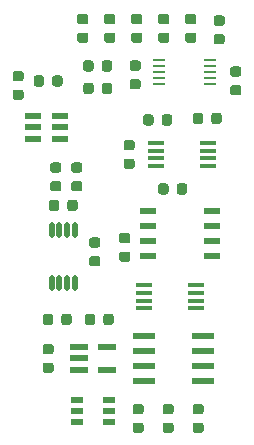
<source format=gbr>
%TF.GenerationSoftware,KiCad,Pcbnew,(5.1.6)-1*%
%TF.CreationDate,2021-06-22T07:45:44-05:00*%
%TF.ProjectId,Sapphire_AnalogMic,53617070-6869-4726-955f-416e616c6f67,rev?*%
%TF.SameCoordinates,Original*%
%TF.FileFunction,Paste,Top*%
%TF.FilePolarity,Positive*%
%FSLAX46Y46*%
G04 Gerber Fmt 4.6, Leading zero omitted, Abs format (unit mm)*
G04 Created by KiCad (PCBNEW (5.1.6)-1) date 2021-06-22 07:45:44*
%MOMM*%
%LPD*%
G01*
G04 APERTURE LIST*
%ADD10O,0.449999X1.350000*%
%ADD11R,1.000001X0.599999*%
%ADD12R,1.981200X0.558800*%
%ADD13R,1.320800X0.406400*%
%ADD14R,1.460500X0.533400*%
%ADD15R,1.473200X0.558800*%
%ADD16R,1.100000X0.250000*%
%ADD17R,1.574800X0.558800*%
G04 APERTURE END LIST*
D10*
%TO.C,U102*%
X117179999Y-117414002D03*
X116529998Y-117414002D03*
X115879999Y-117414002D03*
X115229998Y-117414002D03*
X115229998Y-112964001D03*
X115879999Y-112964001D03*
X116529998Y-112964001D03*
X117179999Y-112964001D03*
%TD*%
%TO.C,C113*%
G36*
G01*
X115191250Y-123475000D02*
X114678750Y-123475000D01*
G75*
G02*
X114460000Y-123256250I0J218750D01*
G01*
X114460000Y-122818750D01*
G75*
G02*
X114678750Y-122600000I218750J0D01*
G01*
X115191250Y-122600000D01*
G75*
G02*
X115410000Y-122818750I0J-218750D01*
G01*
X115410000Y-123256250D01*
G75*
G02*
X115191250Y-123475000I-218750J0D01*
G01*
G37*
G36*
G01*
X115191250Y-125050000D02*
X114678750Y-125050000D01*
G75*
G02*
X114460000Y-124831250I0J218750D01*
G01*
X114460000Y-124393750D01*
G75*
G02*
X114678750Y-124175000I218750J0D01*
G01*
X115191250Y-124175000D01*
G75*
G02*
X115410000Y-124393750I0J-218750D01*
G01*
X115410000Y-124831250D01*
G75*
G02*
X115191250Y-125050000I-218750J0D01*
G01*
G37*
%TD*%
D11*
%TO.C,U109*%
X120119999Y-127319999D03*
X120119999Y-128270000D03*
X120119999Y-129219998D03*
X117369999Y-129219998D03*
X117369999Y-128270000D03*
X117369999Y-127319999D03*
%TD*%
D12*
%TO.C,U108*%
X128003300Y-121920000D03*
X128003300Y-123190000D03*
X128003300Y-124460000D03*
X128003300Y-125730000D03*
X123075700Y-125730000D03*
X123075700Y-124460000D03*
X123075700Y-123190000D03*
X123075700Y-121920000D03*
%TD*%
D13*
%TO.C,U101*%
X123012200Y-119593360D03*
X123012200Y-118943120D03*
X123012200Y-118292880D03*
X123012200Y-117642640D03*
X127431800Y-117642640D03*
X127431800Y-118292880D03*
X127431800Y-118943120D03*
X127431800Y-119593360D03*
%TD*%
%TO.C,C105*%
G36*
G01*
X122049250Y-106203000D02*
X121536750Y-106203000D01*
G75*
G02*
X121318000Y-105984250I0J218750D01*
G01*
X121318000Y-105546750D01*
G75*
G02*
X121536750Y-105328000I218750J0D01*
G01*
X122049250Y-105328000D01*
G75*
G02*
X122268000Y-105546750I0J-218750D01*
G01*
X122268000Y-105984250D01*
G75*
G02*
X122049250Y-106203000I-218750J0D01*
G01*
G37*
G36*
G01*
X122049250Y-107778000D02*
X121536750Y-107778000D01*
G75*
G02*
X121318000Y-107559250I0J218750D01*
G01*
X121318000Y-107121750D01*
G75*
G02*
X121536750Y-106903000I218750J0D01*
G01*
X122049250Y-106903000D01*
G75*
G02*
X122268000Y-107121750I0J-218750D01*
G01*
X122268000Y-107559250D01*
G75*
G02*
X122049250Y-107778000I-218750J0D01*
G01*
G37*
%TD*%
D14*
%TO.C,U107*%
X128835150Y-111379000D03*
X128835150Y-112649000D03*
X128835150Y-113919000D03*
X128835150Y-115189000D03*
X123386850Y-115189000D03*
X123386850Y-113919000D03*
X123386850Y-112649000D03*
X123386850Y-111379000D03*
%TD*%
%TO.C,C112*%
G36*
G01*
X121668250Y-114077000D02*
X121155750Y-114077000D01*
G75*
G02*
X120937000Y-113858250I0J218750D01*
G01*
X120937000Y-113420750D01*
G75*
G02*
X121155750Y-113202000I218750J0D01*
G01*
X121668250Y-113202000D01*
G75*
G02*
X121887000Y-113420750I0J-218750D01*
G01*
X121887000Y-113858250D01*
G75*
G02*
X121668250Y-114077000I-218750J0D01*
G01*
G37*
G36*
G01*
X121668250Y-115652000D02*
X121155750Y-115652000D01*
G75*
G02*
X120937000Y-115433250I0J218750D01*
G01*
X120937000Y-114995750D01*
G75*
G02*
X121155750Y-114777000I218750J0D01*
G01*
X121668250Y-114777000D01*
G75*
G02*
X121887000Y-114995750I0J-218750D01*
G01*
X121887000Y-115433250D01*
G75*
G02*
X121668250Y-115652000I-218750J0D01*
G01*
G37*
%TD*%
%TO.C,C110*%
G36*
G01*
X125826000Y-109730250D02*
X125826000Y-109217750D01*
G75*
G02*
X126044750Y-108999000I218750J0D01*
G01*
X126482250Y-108999000D01*
G75*
G02*
X126701000Y-109217750I0J-218750D01*
G01*
X126701000Y-109730250D01*
G75*
G02*
X126482250Y-109949000I-218750J0D01*
G01*
X126044750Y-109949000D01*
G75*
G02*
X125826000Y-109730250I0J218750D01*
G01*
G37*
G36*
G01*
X124251000Y-109730250D02*
X124251000Y-109217750D01*
G75*
G02*
X124469750Y-108999000I218750J0D01*
G01*
X124907250Y-108999000D01*
G75*
G02*
X125126000Y-109217750I0J-218750D01*
G01*
X125126000Y-109730250D01*
G75*
G02*
X124907250Y-109949000I-218750J0D01*
G01*
X124469750Y-109949000D01*
G75*
G02*
X124251000Y-109730250I0J218750D01*
G01*
G37*
%TD*%
D15*
%TO.C,U106*%
X113690400Y-105217001D03*
X113690400Y-104267000D03*
X113690400Y-103316999D03*
X115925600Y-103316999D03*
X115925600Y-104267000D03*
X115925600Y-105217001D03*
%TD*%
%TO.C,R106*%
G36*
G01*
X126743750Y-96235000D02*
X127256250Y-96235000D01*
G75*
G02*
X127475000Y-96453750I0J-218750D01*
G01*
X127475000Y-96891250D01*
G75*
G02*
X127256250Y-97110000I-218750J0D01*
G01*
X126743750Y-97110000D01*
G75*
G02*
X126525000Y-96891250I0J218750D01*
G01*
X126525000Y-96453750D01*
G75*
G02*
X126743750Y-96235000I218750J0D01*
G01*
G37*
G36*
G01*
X126743750Y-94660000D02*
X127256250Y-94660000D01*
G75*
G02*
X127475000Y-94878750I0J-218750D01*
G01*
X127475000Y-95316250D01*
G75*
G02*
X127256250Y-95535000I-218750J0D01*
G01*
X126743750Y-95535000D01*
G75*
G02*
X126525000Y-95316250I0J218750D01*
G01*
X126525000Y-94878750D01*
G75*
G02*
X126743750Y-94660000I218750J0D01*
G01*
G37*
%TD*%
%TO.C,R104*%
G36*
G01*
X122171750Y-96235000D02*
X122684250Y-96235000D01*
G75*
G02*
X122903000Y-96453750I0J-218750D01*
G01*
X122903000Y-96891250D01*
G75*
G02*
X122684250Y-97110000I-218750J0D01*
G01*
X122171750Y-97110000D01*
G75*
G02*
X121953000Y-96891250I0J218750D01*
G01*
X121953000Y-96453750D01*
G75*
G02*
X122171750Y-96235000I218750J0D01*
G01*
G37*
G36*
G01*
X122171750Y-94660000D02*
X122684250Y-94660000D01*
G75*
G02*
X122903000Y-94878750I0J-218750D01*
G01*
X122903000Y-95316250D01*
G75*
G02*
X122684250Y-95535000I-218750J0D01*
G01*
X122171750Y-95535000D01*
G75*
G02*
X121953000Y-95316250I0J218750D01*
G01*
X121953000Y-94878750D01*
G75*
G02*
X122171750Y-94660000I218750J0D01*
G01*
G37*
%TD*%
D16*
%TO.C,U105*%
X128642000Y-98568000D03*
X128642000Y-99068000D03*
X128642000Y-99568000D03*
X128642000Y-100068000D03*
X128642000Y-100568000D03*
X124342000Y-100568000D03*
X124342000Y-100068000D03*
X124342000Y-99568000D03*
X124342000Y-99068000D03*
X124342000Y-98568000D03*
%TD*%
%TO.C,C106*%
G36*
G01*
X115285000Y-100586250D02*
X115285000Y-100073750D01*
G75*
G02*
X115503750Y-99855000I218750J0D01*
G01*
X115941250Y-99855000D01*
G75*
G02*
X116160000Y-100073750I0J-218750D01*
G01*
X116160000Y-100586250D01*
G75*
G02*
X115941250Y-100805000I-218750J0D01*
G01*
X115503750Y-100805000D01*
G75*
G02*
X115285000Y-100586250I0J218750D01*
G01*
G37*
G36*
G01*
X113710000Y-100586250D02*
X113710000Y-100073750D01*
G75*
G02*
X113928750Y-99855000I218750J0D01*
G01*
X114366250Y-99855000D01*
G75*
G02*
X114585000Y-100073750I0J-218750D01*
G01*
X114585000Y-100586250D01*
G75*
G02*
X114366250Y-100805000I-218750J0D01*
G01*
X113928750Y-100805000D01*
G75*
G02*
X113710000Y-100586250I0J218750D01*
G01*
G37*
%TD*%
%TO.C,R115*%
G36*
G01*
X129156750Y-96362000D02*
X129669250Y-96362000D01*
G75*
G02*
X129888000Y-96580750I0J-218750D01*
G01*
X129888000Y-97018250D01*
G75*
G02*
X129669250Y-97237000I-218750J0D01*
G01*
X129156750Y-97237000D01*
G75*
G02*
X128938000Y-97018250I0J218750D01*
G01*
X128938000Y-96580750D01*
G75*
G02*
X129156750Y-96362000I218750J0D01*
G01*
G37*
G36*
G01*
X129156750Y-94787000D02*
X129669250Y-94787000D01*
G75*
G02*
X129888000Y-95005750I0J-218750D01*
G01*
X129888000Y-95443250D01*
G75*
G02*
X129669250Y-95662000I-218750J0D01*
G01*
X129156750Y-95662000D01*
G75*
G02*
X128938000Y-95443250I0J218750D01*
G01*
X128938000Y-95005750D01*
G75*
G02*
X129156750Y-94787000I218750J0D01*
G01*
G37*
%TD*%
%TO.C,R114*%
G36*
G01*
X124457750Y-96235000D02*
X124970250Y-96235000D01*
G75*
G02*
X125189000Y-96453750I0J-218750D01*
G01*
X125189000Y-96891250D01*
G75*
G02*
X124970250Y-97110000I-218750J0D01*
G01*
X124457750Y-97110000D01*
G75*
G02*
X124239000Y-96891250I0J218750D01*
G01*
X124239000Y-96453750D01*
G75*
G02*
X124457750Y-96235000I218750J0D01*
G01*
G37*
G36*
G01*
X124457750Y-94660000D02*
X124970250Y-94660000D01*
G75*
G02*
X125189000Y-94878750I0J-218750D01*
G01*
X125189000Y-95316250D01*
G75*
G02*
X124970250Y-95535000I-218750J0D01*
G01*
X124457750Y-95535000D01*
G75*
G02*
X124239000Y-95316250I0J218750D01*
G01*
X124239000Y-94878750D01*
G75*
G02*
X124457750Y-94660000I218750J0D01*
G01*
G37*
%TD*%
%TO.C,R113*%
G36*
G01*
X119885750Y-96235000D02*
X120398250Y-96235000D01*
G75*
G02*
X120617000Y-96453750I0J-218750D01*
G01*
X120617000Y-96891250D01*
G75*
G02*
X120398250Y-97110000I-218750J0D01*
G01*
X119885750Y-97110000D01*
G75*
G02*
X119667000Y-96891250I0J218750D01*
G01*
X119667000Y-96453750D01*
G75*
G02*
X119885750Y-96235000I218750J0D01*
G01*
G37*
G36*
G01*
X119885750Y-94660000D02*
X120398250Y-94660000D01*
G75*
G02*
X120617000Y-94878750I0J-218750D01*
G01*
X120617000Y-95316250D01*
G75*
G02*
X120398250Y-95535000I-218750J0D01*
G01*
X119885750Y-95535000D01*
G75*
G02*
X119667000Y-95316250I0J218750D01*
G01*
X119667000Y-94878750D01*
G75*
G02*
X119885750Y-94660000I218750J0D01*
G01*
G37*
%TD*%
%TO.C,R112*%
G36*
G01*
X118112250Y-95535000D02*
X117599750Y-95535000D01*
G75*
G02*
X117381000Y-95316250I0J218750D01*
G01*
X117381000Y-94878750D01*
G75*
G02*
X117599750Y-94660000I218750J0D01*
G01*
X118112250Y-94660000D01*
G75*
G02*
X118331000Y-94878750I0J-218750D01*
G01*
X118331000Y-95316250D01*
G75*
G02*
X118112250Y-95535000I-218750J0D01*
G01*
G37*
G36*
G01*
X118112250Y-97110000D02*
X117599750Y-97110000D01*
G75*
G02*
X117381000Y-96891250I0J218750D01*
G01*
X117381000Y-96453750D01*
G75*
G02*
X117599750Y-96235000I218750J0D01*
G01*
X118112250Y-96235000D01*
G75*
G02*
X118331000Y-96453750I0J-218750D01*
G01*
X118331000Y-96891250D01*
G75*
G02*
X118112250Y-97110000I-218750J0D01*
G01*
G37*
%TD*%
%TO.C,R110*%
G36*
G01*
X118776000Y-100708750D02*
X118776000Y-101221250D01*
G75*
G02*
X118557250Y-101440000I-218750J0D01*
G01*
X118119750Y-101440000D01*
G75*
G02*
X117901000Y-101221250I0J218750D01*
G01*
X117901000Y-100708750D01*
G75*
G02*
X118119750Y-100490000I218750J0D01*
G01*
X118557250Y-100490000D01*
G75*
G02*
X118776000Y-100708750I0J-218750D01*
G01*
G37*
G36*
G01*
X120351000Y-100708750D02*
X120351000Y-101221250D01*
G75*
G02*
X120132250Y-101440000I-218750J0D01*
G01*
X119694750Y-101440000D01*
G75*
G02*
X119476000Y-101221250I0J218750D01*
G01*
X119476000Y-100708750D01*
G75*
G02*
X119694750Y-100490000I218750J0D01*
G01*
X120132250Y-100490000D01*
G75*
G02*
X120351000Y-100708750I0J-218750D01*
G01*
G37*
%TD*%
%TO.C,R109*%
G36*
G01*
X118776000Y-98803750D02*
X118776000Y-99316250D01*
G75*
G02*
X118557250Y-99535000I-218750J0D01*
G01*
X118119750Y-99535000D01*
G75*
G02*
X117901000Y-99316250I0J218750D01*
G01*
X117901000Y-98803750D01*
G75*
G02*
X118119750Y-98585000I218750J0D01*
G01*
X118557250Y-98585000D01*
G75*
G02*
X118776000Y-98803750I0J-218750D01*
G01*
G37*
G36*
G01*
X120351000Y-98803750D02*
X120351000Y-99316250D01*
G75*
G02*
X120132250Y-99535000I-218750J0D01*
G01*
X119694750Y-99535000D01*
G75*
G02*
X119476000Y-99316250I0J218750D01*
G01*
X119476000Y-98803750D01*
G75*
G02*
X119694750Y-98585000I218750J0D01*
G01*
X120132250Y-98585000D01*
G75*
G02*
X120351000Y-98803750I0J-218750D01*
G01*
G37*
%TD*%
%TO.C,R105*%
G36*
G01*
X112651250Y-100361000D02*
X112138750Y-100361000D01*
G75*
G02*
X111920000Y-100142250I0J218750D01*
G01*
X111920000Y-99704750D01*
G75*
G02*
X112138750Y-99486000I218750J0D01*
G01*
X112651250Y-99486000D01*
G75*
G02*
X112870000Y-99704750I0J-218750D01*
G01*
X112870000Y-100142250D01*
G75*
G02*
X112651250Y-100361000I-218750J0D01*
G01*
G37*
G36*
G01*
X112651250Y-101936000D02*
X112138750Y-101936000D01*
G75*
G02*
X111920000Y-101717250I0J218750D01*
G01*
X111920000Y-101279750D01*
G75*
G02*
X112138750Y-101061000I218750J0D01*
G01*
X112651250Y-101061000D01*
G75*
G02*
X112870000Y-101279750I0J-218750D01*
G01*
X112870000Y-101717250D01*
G75*
G02*
X112651250Y-101936000I-218750J0D01*
G01*
G37*
%TD*%
%TO.C,R103*%
G36*
G01*
X119128250Y-114458000D02*
X118615750Y-114458000D01*
G75*
G02*
X118397000Y-114239250I0J218750D01*
G01*
X118397000Y-113801750D01*
G75*
G02*
X118615750Y-113583000I218750J0D01*
G01*
X119128250Y-113583000D01*
G75*
G02*
X119347000Y-113801750I0J-218750D01*
G01*
X119347000Y-114239250D01*
G75*
G02*
X119128250Y-114458000I-218750J0D01*
G01*
G37*
G36*
G01*
X119128250Y-116033000D02*
X118615750Y-116033000D01*
G75*
G02*
X118397000Y-115814250I0J218750D01*
G01*
X118397000Y-115376750D01*
G75*
G02*
X118615750Y-115158000I218750J0D01*
G01*
X119128250Y-115158000D01*
G75*
G02*
X119347000Y-115376750I0J-218750D01*
G01*
X119347000Y-115814250D01*
G75*
G02*
X119128250Y-116033000I-218750J0D01*
G01*
G37*
%TD*%
%TO.C,R102*%
G36*
G01*
X117604250Y-108108000D02*
X117091750Y-108108000D01*
G75*
G02*
X116873000Y-107889250I0J218750D01*
G01*
X116873000Y-107451750D01*
G75*
G02*
X117091750Y-107233000I218750J0D01*
G01*
X117604250Y-107233000D01*
G75*
G02*
X117823000Y-107451750I0J-218750D01*
G01*
X117823000Y-107889250D01*
G75*
G02*
X117604250Y-108108000I-218750J0D01*
G01*
G37*
G36*
G01*
X117604250Y-109683000D02*
X117091750Y-109683000D01*
G75*
G02*
X116873000Y-109464250I0J218750D01*
G01*
X116873000Y-109026750D01*
G75*
G02*
X117091750Y-108808000I218750J0D01*
G01*
X117604250Y-108808000D01*
G75*
G02*
X117823000Y-109026750I0J-218750D01*
G01*
X117823000Y-109464250D01*
G75*
G02*
X117604250Y-109683000I-218750J0D01*
G01*
G37*
%TD*%
%TO.C,R101*%
G36*
G01*
X115826250Y-108108000D02*
X115313750Y-108108000D01*
G75*
G02*
X115095000Y-107889250I0J218750D01*
G01*
X115095000Y-107451750D01*
G75*
G02*
X115313750Y-107233000I218750J0D01*
G01*
X115826250Y-107233000D01*
G75*
G02*
X116045000Y-107451750I0J-218750D01*
G01*
X116045000Y-107889250D01*
G75*
G02*
X115826250Y-108108000I-218750J0D01*
G01*
G37*
G36*
G01*
X115826250Y-109683000D02*
X115313750Y-109683000D01*
G75*
G02*
X115095000Y-109464250I0J218750D01*
G01*
X115095000Y-109026750D01*
G75*
G02*
X115313750Y-108808000I218750J0D01*
G01*
X115826250Y-108808000D01*
G75*
G02*
X116045000Y-109026750I0J-218750D01*
G01*
X116045000Y-109464250D01*
G75*
G02*
X115826250Y-109683000I-218750J0D01*
G01*
G37*
%TD*%
%TO.C,FB102*%
G36*
G01*
X122298750Y-129255000D02*
X122811250Y-129255000D01*
G75*
G02*
X123030000Y-129473750I0J-218750D01*
G01*
X123030000Y-129911250D01*
G75*
G02*
X122811250Y-130130000I-218750J0D01*
G01*
X122298750Y-130130000D01*
G75*
G02*
X122080000Y-129911250I0J218750D01*
G01*
X122080000Y-129473750D01*
G75*
G02*
X122298750Y-129255000I218750J0D01*
G01*
G37*
G36*
G01*
X122298750Y-127680000D02*
X122811250Y-127680000D01*
G75*
G02*
X123030000Y-127898750I0J-218750D01*
G01*
X123030000Y-128336250D01*
G75*
G02*
X122811250Y-128555000I-218750J0D01*
G01*
X122298750Y-128555000D01*
G75*
G02*
X122080000Y-128336250I0J218750D01*
G01*
X122080000Y-127898750D01*
G75*
G02*
X122298750Y-127680000I218750J0D01*
G01*
G37*
%TD*%
%TO.C,FB101*%
G36*
G01*
X127378750Y-129255000D02*
X127891250Y-129255000D01*
G75*
G02*
X128110000Y-129473750I0J-218750D01*
G01*
X128110000Y-129911250D01*
G75*
G02*
X127891250Y-130130000I-218750J0D01*
G01*
X127378750Y-130130000D01*
G75*
G02*
X127160000Y-129911250I0J218750D01*
G01*
X127160000Y-129473750D01*
G75*
G02*
X127378750Y-129255000I218750J0D01*
G01*
G37*
G36*
G01*
X127378750Y-127680000D02*
X127891250Y-127680000D01*
G75*
G02*
X128110000Y-127898750I0J-218750D01*
G01*
X128110000Y-128336250D01*
G75*
G02*
X127891250Y-128555000I-218750J0D01*
G01*
X127378750Y-128555000D01*
G75*
G02*
X127160000Y-128336250I0J218750D01*
G01*
X127160000Y-127898750D01*
G75*
G02*
X127378750Y-127680000I218750J0D01*
G01*
G37*
%TD*%
%TO.C,C111*%
G36*
G01*
X124556000Y-103888250D02*
X124556000Y-103375750D01*
G75*
G02*
X124774750Y-103157000I218750J0D01*
G01*
X125212250Y-103157000D01*
G75*
G02*
X125431000Y-103375750I0J-218750D01*
G01*
X125431000Y-103888250D01*
G75*
G02*
X125212250Y-104107000I-218750J0D01*
G01*
X124774750Y-104107000D01*
G75*
G02*
X124556000Y-103888250I0J218750D01*
G01*
G37*
G36*
G01*
X122981000Y-103888250D02*
X122981000Y-103375750D01*
G75*
G02*
X123199750Y-103157000I218750J0D01*
G01*
X123637250Y-103157000D01*
G75*
G02*
X123856000Y-103375750I0J-218750D01*
G01*
X123856000Y-103888250D01*
G75*
G02*
X123637250Y-104107000I-218750J0D01*
G01*
X123199750Y-104107000D01*
G75*
G02*
X122981000Y-103888250I0J218750D01*
G01*
G37*
%TD*%
%TO.C,C109*%
G36*
G01*
X130553750Y-100680000D02*
X131066250Y-100680000D01*
G75*
G02*
X131285000Y-100898750I0J-218750D01*
G01*
X131285000Y-101336250D01*
G75*
G02*
X131066250Y-101555000I-218750J0D01*
G01*
X130553750Y-101555000D01*
G75*
G02*
X130335000Y-101336250I0J218750D01*
G01*
X130335000Y-100898750D01*
G75*
G02*
X130553750Y-100680000I218750J0D01*
G01*
G37*
G36*
G01*
X130553750Y-99105000D02*
X131066250Y-99105000D01*
G75*
G02*
X131285000Y-99323750I0J-218750D01*
G01*
X131285000Y-99761250D01*
G75*
G02*
X131066250Y-99980000I-218750J0D01*
G01*
X130553750Y-99980000D01*
G75*
G02*
X130335000Y-99761250I0J218750D01*
G01*
X130335000Y-99323750D01*
G75*
G02*
X130553750Y-99105000I218750J0D01*
G01*
G37*
%TD*%
%TO.C,C108*%
G36*
G01*
X128047000Y-103248750D02*
X128047000Y-103761250D01*
G75*
G02*
X127828250Y-103980000I-218750J0D01*
G01*
X127390750Y-103980000D01*
G75*
G02*
X127172000Y-103761250I0J218750D01*
G01*
X127172000Y-103248750D01*
G75*
G02*
X127390750Y-103030000I218750J0D01*
G01*
X127828250Y-103030000D01*
G75*
G02*
X128047000Y-103248750I0J-218750D01*
G01*
G37*
G36*
G01*
X129622000Y-103248750D02*
X129622000Y-103761250D01*
G75*
G02*
X129403250Y-103980000I-218750J0D01*
G01*
X128965750Y-103980000D01*
G75*
G02*
X128747000Y-103761250I0J218750D01*
G01*
X128747000Y-103248750D01*
G75*
G02*
X128965750Y-103030000I218750J0D01*
G01*
X129403250Y-103030000D01*
G75*
G02*
X129622000Y-103248750I0J-218750D01*
G01*
G37*
%TD*%
%TO.C,C107*%
G36*
G01*
X122044750Y-100172000D02*
X122557250Y-100172000D01*
G75*
G02*
X122776000Y-100390750I0J-218750D01*
G01*
X122776000Y-100828250D01*
G75*
G02*
X122557250Y-101047000I-218750J0D01*
G01*
X122044750Y-101047000D01*
G75*
G02*
X121826000Y-100828250I0J218750D01*
G01*
X121826000Y-100390750D01*
G75*
G02*
X122044750Y-100172000I218750J0D01*
G01*
G37*
G36*
G01*
X122044750Y-98597000D02*
X122557250Y-98597000D01*
G75*
G02*
X122776000Y-98815750I0J-218750D01*
G01*
X122776000Y-99253250D01*
G75*
G02*
X122557250Y-99472000I-218750J0D01*
G01*
X122044750Y-99472000D01*
G75*
G02*
X121826000Y-99253250I0J218750D01*
G01*
X121826000Y-98815750D01*
G75*
G02*
X122044750Y-98597000I218750J0D01*
G01*
G37*
%TD*%
%TO.C,C104*%
G36*
G01*
X116047000Y-120779250D02*
X116047000Y-120266750D01*
G75*
G02*
X116265750Y-120048000I218750J0D01*
G01*
X116703250Y-120048000D01*
G75*
G02*
X116922000Y-120266750I0J-218750D01*
G01*
X116922000Y-120779250D01*
G75*
G02*
X116703250Y-120998000I-218750J0D01*
G01*
X116265750Y-120998000D01*
G75*
G02*
X116047000Y-120779250I0J218750D01*
G01*
G37*
G36*
G01*
X114472000Y-120779250D02*
X114472000Y-120266750D01*
G75*
G02*
X114690750Y-120048000I218750J0D01*
G01*
X115128250Y-120048000D01*
G75*
G02*
X115347000Y-120266750I0J-218750D01*
G01*
X115347000Y-120779250D01*
G75*
G02*
X115128250Y-120998000I-218750J0D01*
G01*
X114690750Y-120998000D01*
G75*
G02*
X114472000Y-120779250I0J218750D01*
G01*
G37*
%TD*%
%TO.C,C103*%
G36*
G01*
X119603000Y-120779250D02*
X119603000Y-120266750D01*
G75*
G02*
X119821750Y-120048000I218750J0D01*
G01*
X120259250Y-120048000D01*
G75*
G02*
X120478000Y-120266750I0J-218750D01*
G01*
X120478000Y-120779250D01*
G75*
G02*
X120259250Y-120998000I-218750J0D01*
G01*
X119821750Y-120998000D01*
G75*
G02*
X119603000Y-120779250I0J218750D01*
G01*
G37*
G36*
G01*
X118028000Y-120779250D02*
X118028000Y-120266750D01*
G75*
G02*
X118246750Y-120048000I218750J0D01*
G01*
X118684250Y-120048000D01*
G75*
G02*
X118903000Y-120266750I0J-218750D01*
G01*
X118903000Y-120779250D01*
G75*
G02*
X118684250Y-120998000I-218750J0D01*
G01*
X118246750Y-120998000D01*
G75*
G02*
X118028000Y-120779250I0J218750D01*
G01*
G37*
%TD*%
%TO.C,C102*%
G36*
G01*
X125351250Y-128555000D02*
X124838750Y-128555000D01*
G75*
G02*
X124620000Y-128336250I0J218750D01*
G01*
X124620000Y-127898750D01*
G75*
G02*
X124838750Y-127680000I218750J0D01*
G01*
X125351250Y-127680000D01*
G75*
G02*
X125570000Y-127898750I0J-218750D01*
G01*
X125570000Y-128336250D01*
G75*
G02*
X125351250Y-128555000I-218750J0D01*
G01*
G37*
G36*
G01*
X125351250Y-130130000D02*
X124838750Y-130130000D01*
G75*
G02*
X124620000Y-129911250I0J218750D01*
G01*
X124620000Y-129473750D01*
G75*
G02*
X124838750Y-129255000I218750J0D01*
G01*
X125351250Y-129255000D01*
G75*
G02*
X125570000Y-129473750I0J-218750D01*
G01*
X125570000Y-129911250D01*
G75*
G02*
X125351250Y-130130000I-218750J0D01*
G01*
G37*
%TD*%
%TO.C,C101*%
G36*
G01*
X116555000Y-111127250D02*
X116555000Y-110614750D01*
G75*
G02*
X116773750Y-110396000I218750J0D01*
G01*
X117211250Y-110396000D01*
G75*
G02*
X117430000Y-110614750I0J-218750D01*
G01*
X117430000Y-111127250D01*
G75*
G02*
X117211250Y-111346000I-218750J0D01*
G01*
X116773750Y-111346000D01*
G75*
G02*
X116555000Y-111127250I0J218750D01*
G01*
G37*
G36*
G01*
X114980000Y-111127250D02*
X114980000Y-110614750D01*
G75*
G02*
X115198750Y-110396000I218750J0D01*
G01*
X115636250Y-110396000D01*
G75*
G02*
X115855000Y-110614750I0J-218750D01*
G01*
X115855000Y-111127250D01*
G75*
G02*
X115636250Y-111346000I-218750J0D01*
G01*
X115198750Y-111346000D01*
G75*
G02*
X114980000Y-111127250I0J218750D01*
G01*
G37*
%TD*%
D13*
%TO.C,U104*%
X128447800Y-105577640D03*
X128447800Y-106227880D03*
X128447800Y-106878120D03*
X128447800Y-107528360D03*
X124028200Y-107528360D03*
X124028200Y-106878120D03*
X124028200Y-106227880D03*
X124028200Y-105577640D03*
%TD*%
D17*
%TO.C,U103*%
X119913400Y-122874999D03*
X119913400Y-124775001D03*
X117576600Y-124775001D03*
X117576600Y-123825000D03*
X117576600Y-122874999D03*
%TD*%
M02*

</source>
